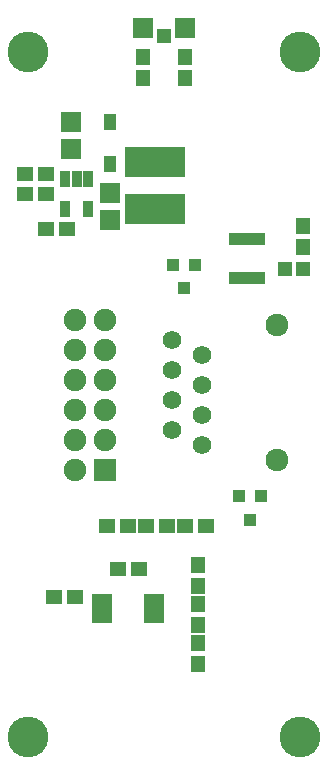
<source format=gbr>
G04 DesignSpark PCB PRO Gerber Version 10.0 Build 5299*
G04 #@! TF.Part,Single*
G04 #@! TF.FileFunction,Soldermask,Top*
G04 #@! TF.FilePolarity,Negative*
%FSLAX36Y36*%
%MOIN*%
G04 #@! TA.AperFunction,SMDPad,CuDef*
%ADD85R,0.03362X0.05724*%
%ADD88R,0.04150X0.05528*%
%ADD93R,0.04937X0.05291*%
%ADD86R,0.06500X0.07000*%
%ADD97R,0.04346X0.04346*%
%ADD95R,0.04543X0.04543*%
%ADD98R,0.04740X0.04740*%
%ADD94R,0.06906X0.06906*%
G04 #@! TA.AperFunction,ComponentPad*
%ADD83R,0.07496X0.07496*%
%ADD90C,0.06130*%
%ADD84C,0.07496*%
%ADD91C,0.07594*%
G04 #@! TA.AperFunction,SMDPad,CuDef*
%ADD92R,0.06512X0.02181*%
%ADD96R,0.12063X0.04465*%
%ADD89R,0.05291X0.04937*%
G04 #@! TA.AperFunction,WasherPad*
%ADD82C,0.13598*%
G04 #@! TA.AperFunction,SMDPad,CuDef*
%ADD87R,0.19898X0.09858*%
G04 #@! TD.AperFunction*
X0Y0D02*
D02*
D82*
X279528Y240157D03*
Y2523622D03*
X1185039Y240157D03*
Y2523622D03*
D02*
D83*
X535433Y1131890D03*
D02*
D84*
X435433D03*
Y1231890D03*
Y1331890D03*
Y1431890D03*
Y1531890D03*
Y1631890D03*
X535433Y1231890D03*
Y1331890D03*
Y1431890D03*
Y1531890D03*
Y1631890D03*
D02*
D85*
X403543Y2001969D03*
Y2100394D03*
X440945D03*
X478346Y2001969D03*
Y2100394D03*
D02*
D86*
X421260Y2199094D03*
Y2289094D03*
X551181Y1962874D03*
Y2052874D03*
D02*
D87*
X700787Y2000000D03*
Y2157480D03*
D02*
D88*
X551181Y2151575D03*
Y2289370D03*
D02*
D89*
X268150Y2051181D03*
Y2118110D03*
X338150Y2051181D03*
Y2118110D03*
X339016Y1933071D03*
X366575Y708461D03*
X409016Y1933071D03*
X436575Y708461D03*
X543740Y944882D03*
X579173Y799213D03*
X613740Y944882D03*
X649173Y799213D03*
X673661Y944882D03*
X743661D03*
X803583D03*
X873583D03*
D02*
D90*
X758268Y1262598D03*
Y1362598D03*
Y1462598D03*
Y1562598D03*
X858268Y1212598D03*
Y1312598D03*
Y1412598D03*
Y1512598D03*
D02*
D91*
X1108268Y1162559D03*
Y1612638D03*
D02*
D92*
X526815Y629720D03*
Y649406D03*
Y669091D03*
Y688776D03*
Y708461D03*
X700043Y629720D03*
Y649406D03*
Y669091D03*
Y688776D03*
Y708461D03*
D02*
D93*
X661417Y2437441D03*
Y2507441D03*
X803150Y2437441D03*
Y2507441D03*
X846457Y484484D03*
Y554484D03*
Y614406D03*
Y684406D03*
Y744327D03*
Y814327D03*
X1196850Y1874449D03*
Y1944449D03*
D02*
D94*
X663386Y2602362D03*
X801181D03*
D02*
D95*
X732283Y2576772D03*
D02*
D96*
X1007874Y1770276D03*
Y1899016D03*
D02*
D97*
X761811Y1814961D03*
X799213Y1736220D03*
X836614Y1814961D03*
X982283Y1043307D03*
X1019685Y964567D03*
X1057087Y1043307D03*
D02*
D98*
X1135827Y1799213D03*
X1194882D03*
X0Y0D02*
M02*

</source>
